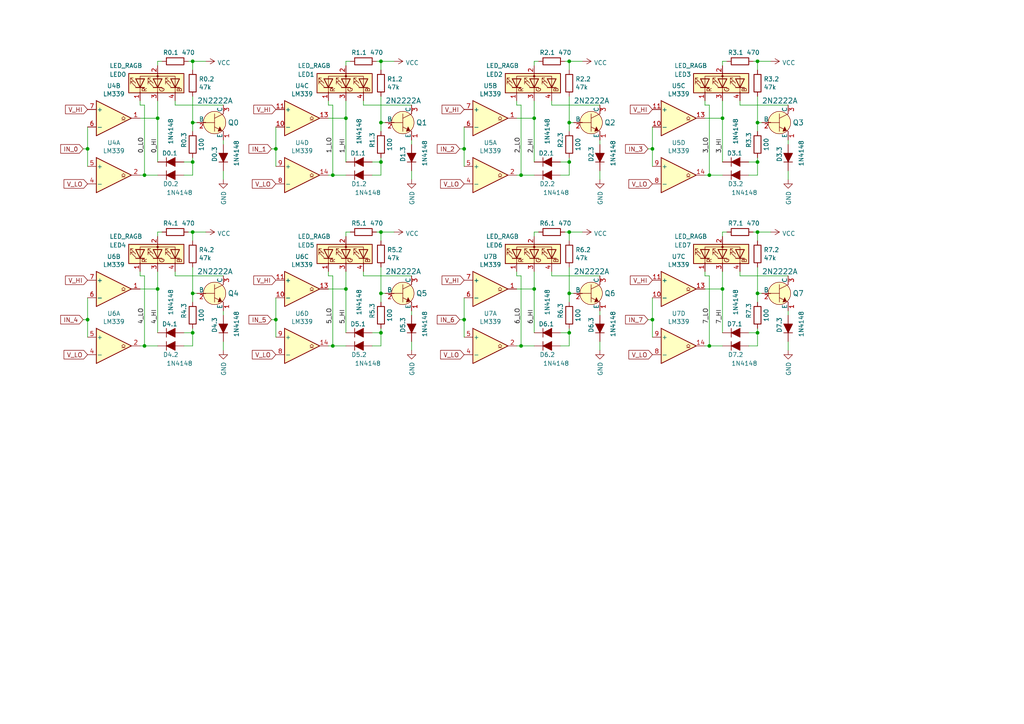
<source format=kicad_sch>
(kicad_sch (version 20231120) (generator "eeschema") (generator_version "8.0")
  (paper "A4")
  (title_block (title "8-bit RGB Logic Probe") (date "2019-04-26") (rev "1.0") (company "sjm 2019-04"))
  (lib_symbols
    (symbol "Comparator:LM339" (pin_names (offset 0.127))
      (property "Reference" "U" (at 0 5.08 0))
      (property "Value" "LM339" (at 0 -5.08 0))
      (symbol "LM339_1_1"
        (pin open_collector line (at 7.62 0 180) (length 2.54) (name "~") (number "2"))
        (pin input line (at -7.62 -2.54 0) (length 2.54) (name "-") (number "4"))
        (pin input line (at -7.62 2.54 0) (length 2.54) (name "+") (number "5"))
      )
      (symbol "LM339_2_1"
        (pin open_collector line (at 7.62 0 180) (length 2.54) (name "~") (number "1"))
        (pin input line (at -7.62 -2.54 0) (length 2.54) (name "-") (number "6"))
        (pin input line (at -7.62 2.54 0) (length 2.54) (name "+") (number "7"))
      )
      (symbol "LM339_3_1"
        (pin input line (at -7.62 -2.54 0) (length 2.54) (name "-") (number "10"))
        (pin input line (at -7.62 2.54 0) (length 2.54) (name "+") (number "11"))
        (pin open_collector line (at 7.62 0 180) (length 2.54) (name "~") (number "13"))
      )
      (symbol "LM339_4_1"
        (pin open_collector line (at 7.62 0 180) (length 2.54) (name "~") (number "14"))
        (pin input line (at -7.62 -2.54 0) (length 2.54) (name "-") (number "8"))
        (pin input line (at -7.62 2.54 0) (length 2.54) (name "+") (number "9"))
      )
      (symbol "LM339_5_1"
        (pin power_in line (at -2.54 -7.62 90) (length 3.81) (name "V-") (number "12"))
        (pin power_in line (at -2.54 7.62 270) (length 3.81) (name "V+") (number "3"))
      )
    )
    (symbol "Device:D_ALT" (pin_numbers hide) (pin_names (offset 1.016) hide)
      (property "Reference" "D" (at 0 2.54 0))
      (property "Value" "Device_D_ALT" (at 0 -2.54 0))
      (symbol "D_ALT_1_1"
        (pin passive line (at -3.81 0 0) (length 2.54) (name "K") (number "1"))
        (pin passive line (at 3.81 0 180) (length 2.54) (name "A") (number "2"))
      )
    )
    (symbol "Device:LED_RAGB" (pin_names (offset 0) hide)
      (property "Reference" "D" (at 0 9.398 0))
      (property "Value" "LED_RAGB" (at 0 -8.89 0))
      (symbol "LED_RAGB_0_0"
        (text "B" (at -1.905 -6.35 0) (effects (font (size 1.27 1.27))))
        (text "G" (at -1.905 -1.27 0) (effects (font (size 1.27 1.27))))
        (text "R" (at -1.905 3.81 0) (effects (font (size 1.27 1.27))))
      )
      (symbol "LED_RAGB_1_1"
        (pin passive line (at -5.08 5.08 0) (length 2.54) (name "RK") (number "1"))
        (pin passive line (at 5.08 0 180) (length 2.54) (name "A") (number "2"))
        (pin passive line (at -5.08 0 0) (length 2.54) (name "GK") (number "3"))
        (pin passive line (at -5.08 -5.08 0) (length 2.54) (name "BK") (number "4"))
      )
    )
    (symbol "Device:R" (pin_numbers hide) (pin_names (offset 0))
      (property "Reference" "R" (at 2.032 0 90))
      (property "Value" "R" (at 0 0 90))
      (symbol "R_1_1"
        (pin passive line (at 0 3.81 270) (length 1.27) (name "~") (number "1"))
        (pin passive line (at 0 -3.81 90) (length 1.27) (name "~") (number "2"))
      )
    )
    (symbol "dk_Transistors-Bipolar-BJT-Single:2N2222A" (pin_names (offset 0))
      (property "Reference" "Q" (at -3.2004 4.2164 0))
      (property "Value" "dk_Transistors-Bipolar-BJT-Single_2N2222A" (at 5.2324 0 90))
      (symbol "2N2222A_1_1"
        (pin passive line (at 2.54 -5.08 90) (length 2.54) (name "E") (number "1"))
        (pin input line (at -5.08 0 0) (length 2.54) (name "B") (number "2"))
        (pin passive line (at 2.54 5.08 270) (length 2.54) (name "C") (number "3"))
      )
    )
    (symbol "power:GND" (power) (pin_names (offset 0))
      (property "Value" "GND" (at 0 -3.81 0))
      (symbol "GND_1_1"
        (pin power_in line (at 0 0 270) (length 0) hide (name "GND") (number "1"))
      )
    )
    (symbol "power:VCC" (power) (pin_names (offset 0))
      (property "Value" "VCC" (at 0 3.81 0))
      (symbol "VCC_1_1"
        (pin power_in line (at 0 0 90) (length 0) hide (name "VCC") (number "1"))
      )
    )
  )
  (junction (at 165.1 67.31))
  (junction (at 110.49 85.09))
  (junction (at 219.71 35.56))
  (junction (at 55.88 35.56))
  (junction (at 209.55 83.82))
  (junction (at 219.71 17.78))
  (junction (at 110.49 96.52))
  (junction (at 189.23 92.71))
  (junction (at 165.1 96.52))
  (junction (at 219.71 96.52))
  (junction (at 165.1 35.56))
  (junction (at 55.88 46.99))
  (junction (at 55.88 85.09))
  (junction (at 55.88 96.52))
  (junction (at 219.71 46.99))
  (junction (at 205.74 100.33))
  (junction (at 100.33 83.82))
  (junction (at 110.49 46.99))
  (junction (at 80.01 43.18))
  (junction (at 80.01 92.71))
  (junction (at 154.94 34.29))
  (junction (at 96.52 100.33))
  (junction (at 151.13 50.8))
  (junction (at 55.88 67.31))
  (junction (at 96.52 50.8))
  (junction (at 165.1 46.99))
  (junction (at 219.71 67.31))
  (junction (at 100.33 34.29))
  (junction (at 165.1 85.09))
  (junction (at 110.49 67.31))
  (junction (at 41.91 50.8))
  (junction (at 165.1 17.78))
  (junction (at 25.4 92.71))
  (junction (at 45.72 34.29))
  (junction (at 55.88 17.78))
  (junction (at 25.4 43.18))
  (junction (at 151.13 100.33))
  (junction (at 45.72 83.82))
  (junction (at 219.71 85.09))
  (junction (at 209.55 34.29))
  (junction (at 110.49 35.56))
  (junction (at 110.49 17.78))
  (junction (at 134.62 92.71))
  (junction (at 41.91 100.33))
  (junction (at 189.23 43.18))
  (junction (at 205.74 50.8))
  (junction (at 154.94 83.82))
  (junction (at 134.62 43.18))
  (wire (pts (xy 154.94 17.78) (xy 154.94 19.05)))
  (wire (pts (xy 209.55 50.8) (xy 205.74 50.8)))
  (wire (pts (xy 165.1 87.63) (xy 165.1 85.09)))
  (wire (pts (xy 219.71 85.09) (xy 219.71 77.47)))
  (wire (pts (xy 100.33 46.99) (xy 100.33 34.29)))
  (wire (pts (xy 134.62 43.18) (xy 134.62 48.26)))
  (wire (pts (xy 228.6 99.06) (xy 228.6 101.6)))
  (wire (pts (xy 165.1 69.85) (xy 165.1 67.31)))
  (wire (pts (xy 220.98 85.09) (xy 219.71 85.09)))
  (wire (pts (xy 160.02 78.74) (xy 160.02 80.01)))
  (wire (pts (xy 53.34 50.8) (xy 55.88 50.8)))
  (wire (pts (xy 154.94 96.52) (xy 154.94 83.82)))
  (wire (pts (xy 55.88 45.72) (xy 55.88 46.99)))
  (wire (pts (xy 204.47 29.21) (xy 204.47 30.48)))
  (wire (pts (xy 205.74 50.8) (xy 204.47 50.8)))
  (wire (pts (xy 173.99 99.06) (xy 173.99 101.6)))
  (wire (pts (xy 45.72 34.29) (xy 45.72 29.21)))
  (wire (pts (xy 78.74 92.71) (xy 80.01 92.71)))
  (wire (pts (xy 64.77 40.64) (xy 64.77 41.91)))
  (wire (pts (xy 205.74 80.01) (xy 205.74 100.33)))
  (wire (pts (xy 95.25 78.74) (xy 95.25 80.01)))
  (wire (pts (xy 55.88 95.25) (xy 55.88 96.52)))
  (wire (pts (xy 189.23 43.18) (xy 189.23 48.26)))
  (wire (pts (xy 57.15 85.09) (xy 55.88 85.09)))
  (wire (pts (xy 214.63 80.01) (xy 228.6 80.01)))
  (wire (pts (xy 55.88 38.1) (xy 55.88 35.56)))
  (wire (pts (xy 165.1 17.78) (xy 168.91 17.78)))
  (wire (pts (xy 149.86 78.74) (xy 149.86 80.01)))
  (wire (pts (xy 96.52 50.8) (xy 95.25 50.8)))
  (wire (pts (xy 219.71 17.78) (xy 223.52 17.78)))
  (wire (pts (xy 149.86 83.82) (xy 154.94 83.82)))
  (wire (pts (xy 110.49 96.52) (xy 110.49 100.33)))
  (wire (pts (xy 100.33 67.31) (xy 100.33 68.58)))
  (wire (pts (xy 109.22 67.31) (xy 110.49 67.31)))
  (wire (pts (xy 107.95 50.8) (xy 110.49 50.8)))
  (wire (pts (xy 46.99 67.31) (xy 45.72 67.31)))
  (wire (pts (xy 109.22 17.78) (xy 110.49 17.78)))
  (wire (pts (xy 163.83 67.31) (xy 165.1 67.31)))
  (wire (pts (xy 111.76 35.56) (xy 110.49 35.56)))
  (wire (pts (xy 105.41 80.01) (xy 119.38 80.01)))
  (wire (pts (xy 228.6 90.17) (xy 228.6 91.44)))
  (wire (pts (xy 107.95 46.99) (xy 110.49 46.99)))
  (wire (pts (xy 149.86 30.48) (xy 151.13 30.48)))
  (wire (pts (xy 100.33 83.82) (xy 100.33 78.74)))
  (wire (pts (xy 25.4 92.71) (xy 25.4 97.79)))
  (wire (pts (xy 154.94 67.31) (xy 154.94 68.58)))
  (wire (pts (xy 217.17 100.33) (xy 219.71 100.33)))
  (wire (pts (xy 165.1 67.31) (xy 168.91 67.31)))
  (wire (pts (xy 41.91 100.33) (xy 40.64 100.33)))
  (wire (pts (xy 45.72 100.33) (xy 41.91 100.33)))
  (wire (pts (xy 228.6 49.53) (xy 228.6 52.07)))
  (wire (pts (xy 100.33 96.52) (xy 100.33 83.82)))
  (wire (pts (xy 110.49 20.32) (xy 110.49 17.78)))
  (wire (pts (xy 40.64 30.48) (xy 41.91 30.48)))
  (wire (pts (xy 209.55 46.99) (xy 209.55 34.29)))
  (wire (pts (xy 119.38 40.64) (xy 119.38 41.91)))
  (wire (pts (xy 151.13 30.48) (xy 151.13 50.8)))
  (wire (pts (xy 110.49 17.78) (xy 114.3 17.78)))
  (wire (pts (xy 173.99 40.64) (xy 173.99 41.91)))
  (wire (pts (xy 41.91 50.8) (xy 40.64 50.8)))
  (wire (pts (xy 95.25 30.48) (xy 96.52 30.48)))
  (wire (pts (xy 110.49 46.99) (xy 110.49 50.8)))
  (wire (pts (xy 173.99 49.53) (xy 173.99 52.07)))
  (wire (pts (xy 107.95 100.33) (xy 110.49 100.33)))
  (wire (pts (xy 151.13 100.33) (xy 149.86 100.33)))
  (wire (pts (xy 214.63 29.21) (xy 214.63 30.48)))
  (wire (pts (xy 228.6 40.64) (xy 228.6 41.91)))
  (wire (pts (xy 100.33 34.29) (xy 100.33 29.21)))
  (wire (pts (xy 64.77 49.53) (xy 64.77 52.07)))
  (wire (pts (xy 187.96 43.18) (xy 189.23 43.18)))
  (wire (pts (xy 96.52 80.01) (xy 96.52 100.33)))
  (wire (pts (xy 154.94 100.33) (xy 151.13 100.33)))
  (wire (pts (xy 151.13 50.8) (xy 149.86 50.8)))
  (wire (pts (xy 80.01 86.36) (xy 80.01 92.71)))
  (wire (pts (xy 119.38 99.06) (xy 119.38 101.6)))
  (wire (pts (xy 40.64 29.21) (xy 40.64 30.48)))
  (wire (pts (xy 95.25 29.21) (xy 95.25 30.48)))
  (wire (pts (xy 165.1 46.99) (xy 165.1 50.8)))
  (wire (pts (xy 110.49 95.25) (xy 110.49 96.52)))
  (wire (pts (xy 210.82 67.31) (xy 209.55 67.31)))
  (wire (pts (xy 204.47 34.29) (xy 209.55 34.29)))
  (wire (pts (xy 220.98 35.56) (xy 219.71 35.56)))
  (wire (pts (xy 154.94 50.8) (xy 151.13 50.8)))
  (wire (pts (xy 50.8 29.21) (xy 50.8 30.48)))
  (wire (pts (xy 105.41 78.74) (xy 105.41 80.01)))
  (wire (pts (xy 64.77 99.06) (xy 64.77 101.6)))
  (wire (pts (xy 151.13 80.01) (xy 151.13 100.33)))
  (wire (pts (xy 110.49 67.31) (xy 114.3 67.31)))
  (wire (pts (xy 54.61 67.31) (xy 55.88 67.31)))
  (wire (pts (xy 205.74 100.33) (xy 204.47 100.33)))
  (wire (pts (xy 165.1 45.72) (xy 165.1 46.99)))
  (wire (pts (xy 162.56 100.33) (xy 165.1 100.33)))
  (wire (pts (xy 133.35 43.18) (xy 134.62 43.18)))
  (wire (pts (xy 160.02 30.48) (xy 173.99 30.48)))
  (wire (pts (xy 165.1 96.52) (xy 165.1 100.33)))
  (wire (pts (xy 96.52 100.33) (xy 95.25 100.33)))
  (wire (pts (xy 95.25 83.82) (xy 100.33 83.82)))
  (wire (pts (xy 25.4 43.18) (xy 25.4 48.26)))
  (wire (pts (xy 219.71 35.56) (xy 219.71 27.94)))
  (wire (pts (xy 110.49 69.85) (xy 110.49 67.31)))
  (wire (pts (xy 219.71 95.25) (xy 219.71 96.52)))
  (wire (pts (xy 45.72 17.78) (xy 45.72 19.05)))
  (wire (pts (xy 64.77 90.17) (xy 64.77 91.44)))
  (wire (pts (xy 219.71 87.63) (xy 219.71 85.09)))
  (wire (pts (xy 100.33 50.8) (xy 96.52 50.8)))
  (wire (pts (xy 209.55 96.52) (xy 209.55 83.82)))
  (wire (pts (xy 218.44 67.31) (xy 219.71 67.31)))
  (wire (pts (xy 53.34 100.33) (xy 55.88 100.33)))
  (wire (pts (xy 110.49 85.09) (xy 110.49 77.47)))
  (wire (pts (xy 160.02 80.01) (xy 173.99 80.01)))
  (wire (pts (xy 45.72 83.82) (xy 45.72 78.74)))
  (wire (pts (xy 189.23 92.71) (xy 189.23 97.79)))
  (wire (pts (xy 100.33 17.78) (xy 100.33 19.05)))
  (wire (pts (xy 217.17 50.8) (xy 219.71 50.8)))
  (wire (pts (xy 156.21 67.31) (xy 154.94 67.31)))
  (wire (pts (xy 134.62 92.71) (xy 134.62 97.79)))
  (wire (pts (xy 214.63 78.74) (xy 214.63 80.01)))
  (wire (pts (xy 45.72 46.99) (xy 45.72 34.29)))
  (wire (pts (xy 154.94 83.82) (xy 154.94 78.74)))
  (wire (pts (xy 166.37 85.09) (xy 165.1 85.09)))
  (wire (pts (xy 78.74 43.18) (xy 80.01 43.18)))
  (wire (pts (xy 107.95 96.52) (xy 110.49 96.52)))
  (wire (pts (xy 25.4 36.83) (xy 25.4 43.18)))
  (wire (pts (xy 101.6 17.78) (xy 100.33 17.78)))
  (wire (pts (xy 110.49 87.63) (xy 110.49 85.09)))
  (wire (pts (xy 119.38 90.17) (xy 119.38 91.44)))
  (wire (pts (xy 24.13 43.18) (xy 25.4 43.18)))
  (wire (pts (xy 149.86 34.29) (xy 154.94 34.29)))
  (wire (pts (xy 105.41 29.21) (xy 105.41 30.48)))
  (wire (pts (xy 110.49 38.1) (xy 110.49 35.56)))
  (wire (pts (xy 187.96 92.71) (xy 189.23 92.71)))
  (wire (pts (xy 110.49 35.56) (xy 110.49 27.94)))
  (wire (pts (xy 134.62 86.36) (xy 134.62 92.71)))
  (wire (pts (xy 163.83 17.78) (xy 165.1 17.78)))
  (wire (pts (xy 45.72 67.31) (xy 45.72 68.58)))
  (wire (pts (xy 166.37 35.56) (xy 165.1 35.56)))
  (wire (pts (xy 25.4 86.36) (xy 25.4 92.71)))
  (wire (pts (xy 134.62 36.83) (xy 134.62 43.18)))
  (wire (pts (xy 219.71 45.72) (xy 219.71 46.99)))
  (wire (pts (xy 46.99 17.78) (xy 45.72 17.78)))
  (wire (pts (xy 40.64 78.74) (xy 40.64 80.01)))
  (wire (pts (xy 57.15 35.56) (xy 55.88 35.56)))
  (wire (pts (xy 40.64 34.29) (xy 45.72 34.29)))
  (wire (pts (xy 55.88 17.78) (xy 59.69 17.78)))
  (wire (pts (xy 165.1 85.09) (xy 165.1 77.47)))
  (wire (pts (xy 217.17 46.99) (xy 219.71 46.99)))
  (wire (pts (xy 219.71 67.31) (xy 223.52 67.31)))
  (wire (pts (xy 45.72 50.8) (xy 41.91 50.8)))
  (wire (pts (xy 154.94 34.29) (xy 154.94 29.21)))
  (wire (pts (xy 55.88 20.32) (xy 55.88 17.78)))
  (wire (pts (xy 41.91 30.48) (xy 41.91 50.8)))
  (wire (pts (xy 24.13 92.71) (xy 25.4 92.71)))
  (wire (pts (xy 55.88 67.31) (xy 59.69 67.31)))
  (wire (pts (xy 218.44 17.78) (xy 219.71 17.78)))
  (wire (pts (xy 209.55 83.82) (xy 209.55 78.74)))
  (wire (pts (xy 101.6 67.31) (xy 100.33 67.31)))
  (wire (pts (xy 189.23 36.83) (xy 189.23 43.18)))
  (wire (pts (xy 40.64 80.01) (xy 41.91 80.01)))
  (wire (pts (xy 219.71 46.99) (xy 219.71 50.8)))
  (wire (pts (xy 50.8 80.01) (xy 64.77 80.01)))
  (wire (pts (xy 162.56 50.8) (xy 165.1 50.8)))
  (wire (pts (xy 55.88 87.63) (xy 55.88 85.09)))
  (wire (pts (xy 219.71 69.85) (xy 219.71 67.31)))
  (wire (pts (xy 165.1 38.1) (xy 165.1 35.56)))
  (wire (pts (xy 165.1 95.25) (xy 165.1 96.52)))
  (wire (pts (xy 204.47 80.01) (xy 205.74 80.01)))
  (wire (pts (xy 54.61 17.78) (xy 55.88 17.78)))
  (wire (pts (xy 204.47 78.74) (xy 204.47 80.01)))
  (wire (pts (xy 154.94 46.99) (xy 154.94 34.29)))
  (wire (pts (xy 100.33 100.33) (xy 96.52 100.33)))
  (wire (pts (xy 110.49 45.72) (xy 110.49 46.99)))
  (wire (pts (xy 119.38 49.53) (xy 119.38 52.07)))
  (wire (pts (xy 189.23 86.36) (xy 189.23 92.71)))
  (wire (pts (xy 80.01 43.18) (xy 80.01 48.26)))
  (wire (pts (xy 41.91 80.01) (xy 41.91 100.33)))
  (wire (pts (xy 55.88 46.99) (xy 55.88 50.8)))
  (wire (pts (xy 95.25 80.01) (xy 96.52 80.01)))
  (wire (pts (xy 204.47 30.48) (xy 205.74 30.48)))
  (wire (pts (xy 55.88 96.52) (xy 55.88 100.33)))
  (wire (pts (xy 80.01 36.83) (xy 80.01 43.18)))
  (wire (pts (xy 219.71 38.1) (xy 219.71 35.56)))
  (wire (pts (xy 53.34 46.99) (xy 55.88 46.99)))
  (wire (pts (xy 40.64 83.82) (xy 45.72 83.82)))
  (wire (pts (xy 96.52 30.48) (xy 96.52 50.8)))
  (wire (pts (xy 204.47 83.82) (xy 209.55 83.82)))
  (wire (pts (xy 149.86 80.01) (xy 151.13 80.01)))
  (wire (pts (xy 165.1 35.56) (xy 165.1 27.94)))
  (wire (pts (xy 50.8 78.74) (xy 50.8 80.01)))
  (wire (pts (xy 55.88 85.09) (xy 55.88 77.47)))
  (wire (pts (xy 105.41 30.48) (xy 119.38 30.48)))
  (wire (pts (xy 95.25 34.29) (xy 100.33 34.29)))
  (wire (pts (xy 162.56 46.99) (xy 165.1 46.99)))
  (wire (pts (xy 209.55 17.78) (xy 209.55 19.05)))
  (wire (pts (xy 219.71 96.52) (xy 219.71 100.33)))
  (wire (pts (xy 111.76 85.09) (xy 110.49 85.09)))
  (wire (pts (xy 80.01 92.71) (xy 80.01 97.79)))
  (wire (pts (xy 210.82 17.78) (xy 209.55 17.78)))
  (wire (pts (xy 173.99 90.17) (xy 173.99 91.44)))
  (wire (pts (xy 217.17 96.52) (xy 219.71 96.52)))
  (wire (pts (xy 45.72 96.52) (xy 45.72 83.82)))
  (wire (pts (xy 205.74 30.48) (xy 205.74 50.8)))
  (wire (pts (xy 133.35 92.71) (xy 134.62 92.71)))
  (wire (pts (xy 55.88 35.56) (xy 55.88 27.94)))
  (wire (pts (xy 209.55 34.29) (xy 209.55 29.21)))
  (wire (pts (xy 149.86 29.21) (xy 149.86 30.48)))
  (wire (pts (xy 55.88 69.85) (xy 55.88 67.31)))
  (wire (pts (xy 160.02 29.21) (xy 160.02 30.48)))
  (wire (pts (xy 219.71 20.32) (xy 219.71 17.78)))
  (wire (pts (xy 165.1 20.32) (xy 165.1 17.78)))
  (wire (pts (xy 209.55 67.31) (xy 209.55 68.58)))
  (wire (pts (xy 162.56 96.52) (xy 165.1 96.52)))
  (wire (pts (xy 214.63 30.48) (xy 228.6 30.48)))
  (wire (pts (xy 156.21 17.78) (xy 154.94 17.78)))
  (wire (pts (xy 209.55 100.33) (xy 205.74 100.33)))
  (wire (pts (xy 50.8 30.48) (xy 64.77 30.48)))
  (wire (pts (xy 53.34 96.52) (xy 55.88 96.52)))
  (label "1_LO" (at 96.52 44.45 90))
  (label "5_LO" (at 96.52 93.98 90))
  (label "1_HI" (at 100.33 44.45 90))
  (label "5_HI" (at 100.33 93.98 90))
  (label "4_HI" (at 45.72 93.98 90))
  (label "2_LO" (at 151.13 44.45 90))
  (label "0_LO" (at 41.91 44.45 90))
  (label "4_LO" (at 41.91 93.98 90))
  (label "0_HI" (at 45.72 44.45 90))
  (label "7_HI" (at 209.55 93.98 90))
  (label "6_HI" (at 154.94 93.98 90))
  (label "2_HI" (at 154.94 44.45 90))
  (label "6_LO" (at 151.13 93.98 90))
  (label "7_LO" (at 205.74 93.98 90))
  (label "3_HI" (at 209.55 44.45 90))
  (label "3_LO" (at 205.74 44.45 90))
  (global_label "IN_7" (shape input) (at 187.96 92.71 180) (property "Intersheetrefs" "${INTERSHEET_REFS}" (effects (hide yes))))
  (global_label "V_HI" (shape input) (at 134.62 31.75 180) (property "Intersheetrefs" "${INTERSHEET_REFS}" (effects (hide yes))))
  (global_label "IN_5" (shape input) (at 78.74 92.71 180) (property "Intersheetrefs" "${INTERSHEET_REFS}" (effects (hide yes))))
  (global_label "V_LO" (shape input) (at 80.01 53.34 180) (property "Intersheetrefs" "${INTERSHEET_REFS}" (effects (hide yes))))
  (global_label "IN_4" (shape input) (at 24.13 92.71 180) (property "Intersheetrefs" "${INTERSHEET_REFS}" (effects (hide yes))))
  (global_label "V_LO" (shape input) (at 189.23 53.34 180) (property "Intersheetrefs" "${INTERSHEET_REFS}" (effects (hide yes))))
  (global_label "IN_1" (shape input) (at 78.74 43.18 180) (property "Intersheetrefs" "${INTERSHEET_REFS}" (effects (hide yes))))
  (global_label "IN_3" (shape input) (at 187.96 43.18 180) (property "Intersheetrefs" "${INTERSHEET_REFS}" (effects (hide yes))))
  (global_label "V_LO" (shape input) (at 189.23 102.87 180) (property "Intersheetrefs" "${INTERSHEET_REFS}" (effects (hide yes))))
  (global_label "V_HI" (shape input) (at 189.23 31.75 180) (property "Intersheetrefs" "${INTERSHEET_REFS}" (effects (hide yes))))
  (global_label "V_HI" (shape input) (at 134.62 81.28 180) (property "Intersheetrefs" "${INTERSHEET_REFS}" (effects (hide yes))))
  (global_label "IN_6" (shape input) (at 133.35 92.71 180) (property "Intersheetrefs" "${INTERSHEET_REFS}" (effects (hide yes))))
  (global_label "V_LO" (shape input) (at 80.01 102.87 180) (property "Intersheetrefs" "${INTERSHEET_REFS}" (effects (hide yes))))
  (global_label "V_LO" (shape input) (at 134.62 102.87 180) (property "Intersheetrefs" "${INTERSHEET_REFS}" (effects (hide yes))))
  (global_label "V_HI" (shape input) (at 25.4 81.28 180) (property "Intersheetrefs" "${INTERSHEET_REFS}" (effects (hide yes))))
  (global_label "V_LO" (shape input) (at 134.62 53.34 180) (property "Intersheetrefs" "${INTERSHEET_REFS}" (effects (hide yes))))
  (global_label "V_LO" (shape input) (at 25.4 102.87 180) (property "Intersheetrefs" "${INTERSHEET_REFS}" (effects (hide yes))))
  (global_label "IN_0" (shape input) (at 24.13 43.18 180) (property "Intersheetrefs" "${INTERSHEET_REFS}" (effects (hide yes))))
  (global_label "V_HI" (shape input) (at 189.23 81.28 180) (property "Intersheetrefs" "${INTERSHEET_REFS}" (effects (hide yes))))
  (global_label "V_HI" (shape input) (at 80.01 31.75 180) (property "Intersheetrefs" "${INTERSHEET_REFS}" (effects (hide yes))))
  (global_label "IN_2" (shape input) (at 133.35 43.18 180) (property "Intersheetrefs" "${INTERSHEET_REFS}" (effects (hide yes))))
  (global_label "V_HI" (shape input) (at 80.01 81.28 180) (property "Intersheetrefs" "${INTERSHEET_REFS}" (effects (hide yes))))
  (global_label "V_HI" (shape input) (at 25.4 31.75 180) (property "Intersheetrefs" "${INTERSHEET_REFS}" (effects (hide yes))))
  (global_label "V_LO" (shape input) (at 25.4 53.34 180) (property "Intersheetrefs" "${INTERSHEET_REFS}" (effects (hide yes))))
  (symbol (lib_id "Device:D_ALT") (at 64.77 45.72 90) (unit 1)
    (property "Reference" "D0.3" (at 62.23 46.99 0) (effects (justify left)))
    (property "Value" "1N4148" (at 68.58 48.26 0) (effects (justify left)))
    (property "Footprint" "Diodes_ThroughHole:D_T-1_P5.08mm_Horizontal" (effects (hide yes)))
  )
  (symbol (lib_id "dk_Transistors-Bipolar-BJT-Single:2N2222A") (at 62.23 35.56 0) (unit 1)
    (property "Reference" "Q0" (at 66.04 35.56 0) (effects (font (size 1.524 1.524)) (justify left)))
    (property "Value" "2N2222A" (at 57.15 29.21 0) (effects (font (size 1.524 1.524)) (justify left)))
    (property "Footprint" "TO_SOT_Packages_THT:TO-92_Inline_Narrow_Oval" (effects (hide yes)))
    (property "Datasheet" "https://my.centralsemi.com/get_document.php?cmp=1&mergetype=pd&mergepath=pd&pdf_id=2N2221A.PDF" (effects (hide yes)))
    (property "Digi-Key_PN" "2N2222ACS-ND" (effects (hide yes)))
    (property "MPN" "2N2222A" (effects (hide yes)))
    (property "Category" "Discrete Semiconductor Products" (effects (hide yes)))
    (property "Family" "Transistors - Bipolar (BJT) - Single" (effects (hide yes)))
    (property "DK_Datasheet_Link" "https://my.centralsemi.com/get_document.php?cmp=1&mergetype=pd&mergepath=pd&pdf_id=2N2221A.PDF" (effects (hide yes)))
    (property "DK_Detail_Page" "/product-detail/en/central-semiconductor-corp/2N2222A/2N2222ACS-ND/4806845" (effects (hide yes)))
    (property "Description" "TRANS NPN 40V 0.8A TO-18" (effects (hide yes)))
    (property "Manufacturer" "Central Semiconductor Corp" (effects (hide yes)))
    (property "Status" "Active" (effects (hide yes)))
  )
  (symbol (lib_id "power:VCC") (at 59.69 17.78 270) (unit 1)
    (property "Reference" "#PWR010" (effects (hide yes)))
    (property "Value" "VCC" (at 63.0174 18.2118 90) (effects (justify left)))
  )
  (symbol (lib_id "Device:R") (at 50.8 17.78 90) (unit 1)
    (property "Reference" "R0.1" (at 49.53 15.24 90))
    (property "Value" "470" (at 54.61 15.24 90))
    (property "Footprint" "Resistors_SMD:R_1206_HandSoldering" (effects (hide yes)))
  )
  (symbol (lib_id "Device:R") (at 55.88 41.91 180) (unit 1)
    (property "Reference" "R0.3" (at 53.34 40.64 90))
    (property "Value" "100" (at 58.42 41.91 90))
    (property "Footprint" "Resistors_SMD:R_1206_HandSoldering" (effects (hide yes)))
  )
  (symbol (lib_id "Device:R") (at 55.88 24.13 180) (unit 1)
    (property "Reference" "R0.2" (at 57.658 22.9362 0) (effects (justify right)))
    (property "Value" "47k" (at 57.658 25.2984 0) (effects (justify right)))
    (property "Footprint" "Resistors_SMD:R_1206_HandSoldering" (effects (hide yes)))
  )
  (symbol (lib_id "power:GND") (at 64.77 52.07 0) (unit 1)
    (property "Reference" "#PWR013" (effects (hide yes)))
    (property "Value" "GND" (at 64.897 55.3974 90) (effects (justify right)))
  )
  (symbol (lib_id "Device:D_ALT") (at 49.53 50.8 0) (unit 1)
    (property "Reference" "D0.2" (at 49.53 53.34 0))
    (property "Value" "1N4148" (at 52.07 55.88 0))
    (property "Footprint" "Diodes_ThroughHole:D_T-1_P5.08mm_Horizontal" (effects (hide yes)))
  )
  (symbol (lib_id "Device:D_ALT") (at 49.53 46.99 0) (unit 1)
    (property "Reference" "D0.1" (at 46.99 44.45 0) (effects (justify left)))
    (property "Value" "1N4148" (at 49.53 41.91 90) (effects (justify left)))
    (property "Footprint" "Diodes_ThroughHole:D_T-1_P5.08mm_Horizontal" (effects (hide yes)))
  )
  (symbol (lib_id "Device:LED_RAGB") (at 45.72 24.13 90) (unit 1)
    (property "Reference" "LED0" (at 31.75 21.59 90) (effects (justify right)))
    (property "Value" "LED_RAGB" (at 31.75 19.05 90) (effects (justify right)))
    (property "Footprint" "LED:LED-RGB-THRU" (effects (hide yes)))
  )
  (symbol (lib_id "Comparator:LM339") (at 33.02 34.29 0) (unit 2)
    (property "Reference" "U4" (at 33.02 24.892 0))
    (property "Value" "LM339" (at 33.02 27.2542 0))
    (property "Footprint" "Housings_SOIC:SOIC-14_3.9x8.7mm_Pitch1.27mm" (effects (hide yes)))
    (property "Datasheet" "http:./www.ti.com/lit/ds/symlink/lm339.pdf" (effects (hide yes)))
  )
  (symbol (lib_id "Comparator:LM339") (at 33.02 50.8 0) (unit 1)
    (property "Reference" "U4" (at 33.02 41.402 0))
    (property "Value" "LM339" (at 33.02 43.7642 0))
    (property "Footprint" "Housings_SOIC:SOIC-14_3.9x8.7mm_Pitch1.27mm" (effects (hide yes)))
    (property "Datasheet" "http://www.ti.com/lit/ds/symlink/lm339.pdf" (effects (hide yes)))
  )
  (symbol (lib_id "Device:D_ALT") (at 119.38 45.72 90) (unit 1)
    (property "Reference" "D1.3" (at 116.84 46.99 0) (effects (justify left)))
    (property "Value" "1N4148" (at 123.19 48.26 0) (effects (justify left)))
    (property "Footprint" "Diodes_ThroughHole:D_T-1_P5.08mm_Horizontal" (effects (hide yes)))
  )
  (symbol (lib_id "dk_Transistors-Bipolar-BJT-Single:2N2222A") (at 116.84 35.56 0) (unit 1)
    (property "Reference" "Q1" (at 120.65 35.56 0) (effects (font (size 1.524 1.524)) (justify left)))
    (property "Value" "2N2222A" (at 111.76 29.21 0) (effects (font (size 1.524 1.524)) (justify left)))
    (property "Footprint" "TO_SOT_Packages_THT:TO-92_Inline_Narrow_Oval" (effects (hide yes)))
    (property "Datasheet" "https://my.centralsemi.com/get_document.php?cmp=1&mergetype=pd&mergepath=pd&pdf_id=2N2221A.PDF" (effects (hide yes)))
    (property "Digi-Key_PN" "2N2222ACS-ND" (effects (hide yes)))
    (property "MPN" "2N2222A" (effects (hide yes)))
    (property "Category" "Discrete Semiconductor Products" (effects (hide yes)))
    (property "Family" "Transistors - Bipolar (BJT) - Single" (effects (hide yes)))
    (property "DK_Datasheet_Link" "https://my.centralsemi.com/get_document.php?cmp=1&mergetype=pd&mergepath=pd&pdf_id=2N2221A.PDF" (effects (hide yes)))
    (property "DK_Detail_Page" "/product-detail/en/central-semiconductor-corp/2N2222A/2N2222ACS-ND/4806845" (effects (hide yes)))
    (property "Description" "TRANS NPN 40V 0.8A TO-18" (effects (hide yes)))
    (property "Manufacturer" "Central Semiconductor Corp" (effects (hide yes)))
    (property "Status" "Active" (effects (hide yes)))
  )
  (symbol (lib_id "power:VCC") (at 114.3 17.78 270) (unit 1)
    (property "Reference" "#PWR0101" (effects (hide yes)))
    (property "Value" "VCC" (at 117.6274 18.2118 90) (effects (justify left)))
  )
  (symbol (lib_id "Device:R") (at 105.41 17.78 90) (unit 1)
    (property "Reference" "R1.1" (at 104.14 15.24 90))
    (property "Value" "470" (at 109.22 15.24 90))
    (property "Footprint" "Resistors_SMD:R_1206_HandSoldering" (effects (hide yes)))
  )
  (symbol (lib_id "Device:R") (at 110.49 41.91 180) (unit 1)
    (property "Reference" "R1.3" (at 107.95 40.64 90))
    (property "Value" "100" (at 113.03 41.91 90))
    (property "Footprint" "Resistors_SMD:R_1206_HandSoldering" (effects (hide yes)))
  )
  (symbol (lib_id "Device:R") (at 110.49 24.13 180) (unit 1)
    (property "Reference" "R1.2" (at 112.268 22.9362 0) (effects (justify right)))
    (property "Value" "47k" (at 112.268 25.2984 0) (effects (justify right)))
    (property "Footprint" "Resistors_SMD:R_1206_HandSoldering" (effects (hide yes)))
  )
  (symbol (lib_id "power:GND") (at 119.38 52.07 0) (unit 1)
    (property "Reference" "#PWR0102" (effects (hide yes)))
    (property "Value" "GND" (at 119.507 55.3974 90) (effects (justify right)))
  )
  (symbol (lib_id "Device:D_ALT") (at 104.14 50.8 0) (unit 1)
    (property "Reference" "D1.2" (at 104.14 53.34 0))
    (property "Value" "1N4148" (at 106.68 55.88 0))
    (property "Footprint" "Diodes_ThroughHole:D_T-1_P5.08mm_Horizontal" (effects (hide yes)))
  )
  (symbol (lib_id "Device:D_ALT") (at 104.14 46.99 0) (unit 1)
    (property "Reference" "D1.1" (at 101.6 44.45 0) (effects (justify left)))
    (property "Value" "1N4148" (at 104.14 41.91 90) (effects (justify left)))
    (property "Footprint" "Diodes_ThroughHole:D_T-1_P5.08mm_Horizontal" (effects (hide yes)))
  )
  (symbol (lib_id "Comparator:LM339") (at 87.63 34.29 0) (unit 3)
    (property "Reference" "U4" (at 87.63 24.892 0))
    (property "Value" "LM339" (at 87.63 27.2542 0))
    (property "Footprint" "Housings_SOIC:SOIC-14_3.9x8.7mm_Pitch1.27mm" (effects (hide yes)))
    (property "Datasheet" "http://www.ti.com/lit/ds/symlink/lm339.pdf" (effects (hide yes)))
  )
  (symbol (lib_id "Comparator:LM339") (at 87.63 50.8 0) (unit 4)
    (property "Reference" "U4" (at 87.63 41.402 0))
    (property "Value" "LM339" (at 87.63 43.7642 0))
    (property "Footprint" "Housings_SOIC:SOIC-14_3.9x8.7mm_Pitch1.27mm" (effects (hide yes)))
    (property "Datasheet" "http://www.ti.com/lit/ds/symlink/lm339.pdf" (effects (hide yes)))
  )
  (symbol (lib_id "Device:LED_RAGB") (at 100.33 24.13 90) (unit 1)
    (property "Reference" "LED1" (at 86.36 21.59 90) (effects (justify right)))
    (property "Value" "LED_RAGB" (at 86.36 19.05 90) (effects (justify right)))
    (property "Footprint" "LED:LED-RGB-THRU" (effects (hide yes)))
  )
  (symbol (lib_id "Device:D_ALT") (at 173.99 45.72 90) (unit 1)
    (property "Reference" "D2.3" (at 171.45 46.99 0) (effects (justify left)))
    (property "Value" "1N4148" (at 177.8 48.26 0) (effects (justify left)))
    (property "Footprint" "Diodes_ThroughHole:D_T-1_P5.08mm_Horizontal" (effects (hide yes)))
  )
  (symbol (lib_id "dk_Transistors-Bipolar-BJT-Single:2N2222A") (at 171.45 35.56 0) (unit 1)
    (property "Reference" "Q2" (at 175.26 35.56 0) (effects (font (size 1.524 1.524)) (justify left)))
    (property "Value" "2N2222A" (at 166.37 29.21 0) (effects (font (size 1.524 1.524)) (justify left)))
    (property "Footprint" "TO_SOT_Packages_THT:TO-92_Inline_Narrow_Oval" (effects (hide yes)))
    (property "Datasheet" "https://my.centralsemi.com/get_document.php?cmp=1&mergetype=pd&mergepath=pd&pdf_id=2N2221A.PDF" (effects (hide yes)))
    (property "Digi-Key_PN" "2N2222ACS-ND" (effects (hide yes)))
    (property "MPN" "2N2222A" (effects (hide yes)))
    (property "Category" "Discrete Semiconductor Products" (effects (hide yes)))
    (property "Family" "Transistors - Bipolar (BJT) - Single" (effects (hide yes)))
    (property "DK_Datasheet_Link" "https://my.centralsemi.com/get_document.php?cmp=1&mergetype=pd&mergepath=pd&pdf_id=2N2221A.PDF" (effects (hide yes)))
    (property "DK_Detail_Page" "/product-detail/en/central-semiconductor-corp/2N2222A/2N2222ACS-ND/4806845" (effects (hide yes)))
    (property "Description" "TRANS NPN 40V 0.8A TO-18" (effects (hide yes)))
    (property "Manufacturer" "Central Semiconductor Corp" (effects (hide yes)))
    (property "Status" "Active" (effects (hide yes)))
  )
  (symbol (lib_id "power:VCC") (at 168.91 17.78 270) (unit 1)
    (property "Reference" "#PWR0103" (effects (hide yes)))
    (property "Value" "VCC" (at 172.2374 18.2118 90) (effects (justify left)))
  )
  (symbol (lib_id "Device:R") (at 160.02 17.78 90) (unit 1)
    (property "Reference" "R2.1" (at 158.75 15.24 90))
    (property "Value" "470" (at 163.83 15.24 90))
    (property "Footprint" "Resistors_SMD:R_1206_HandSoldering" (effects (hide yes)))
  )
  (symbol (lib_id "Device:R") (at 165.1 41.91 180) (unit 1)
    (property "Reference" "R2.3" (at 162.56 40.64 90))
    (property "Value" "100" (at 167.64 41.91 90))
    (property "Footprint" "Resistors_SMD:R_1206_HandSoldering" (effects (hide yes)))
  )
  (symbol (lib_id "Device:R") (at 165.1 24.13 180) (unit 1)
    (property "Reference" "R2.2" (at 166.878 22.9362 0) (effects (justify right)))
    (property "Value" "47k" (at 166.878 25.2984 0) (effects (justify right)))
    (property "Footprint" "Resistors_SMD:R_1206_HandSoldering" (effects (hide yes)))
  )
  (symbol (lib_id "power:GND") (at 173.99 52.07 0) (unit 1)
    (property "Reference" "#PWR0104" (effects (hide yes)))
    (property "Value" "GND" (at 174.117 55.3974 90) (effects (justify right)))
  )
  (symbol (lib_id "Device:D_ALT") (at 158.75 50.8 0) (unit 1)
    (property "Reference" "D2.2" (at 158.75 53.34 0))
    (property "Value" "1N4148" (at 161.29 55.88 0))
    (property "Footprint" "Diodes_ThroughHole:D_T-1_P5.08mm_Horizontal" (effects (hide yes)))
  )
  (symbol (lib_id "Device:D_ALT") (at 158.75 46.99 0) (unit 1)
    (property "Reference" "D2.1" (at 156.21 44.45 0) (effects (justify left)))
    (property "Value" "1N4148" (at 158.75 41.91 90) (effects (justify left)))
    (property "Footprint" "Diodes_ThroughHole:D_T-1_P5.08mm_Horizontal" (effects (hide yes)))
  )
  (symbol (lib_id "Comparator:LM339") (at 142.24 34.29 0) (unit 2)
    (property "Reference" "U5" (at 142.24 24.892 0))
    (property "Value" "LM339" (at 142.24 27.2542 0))
    (property "Footprint" "Housings_SOIC:SOIC-14_3.9x8.7mm_Pitch1.27mm" (effects (hide yes)))
    (property "Datasheet" "http://www.ti.com/lit/ds/symlink/lm339.pdf" (effects (hide yes)))
  )
  (symbol (lib_id "Comparator:LM339") (at 142.24 50.8 0) (unit 1)
    (property "Reference" "U5" (at 142.24 41.402 0))
    (property "Value" "LM339" (at 142.24 43.7642 0))
    (property "Footprint" "Housings_SOIC:SOIC-14_3.9x8.7mm_Pitch1.27mm" (effects (hide yes)))
    (property "Datasheet" "http://www.ti.com/lit/ds/symlink/lm339.pdf" (effects (hide yes)))
  )
  (symbol (lib_id "Device:LED_RAGB") (at 154.94 24.13 90) (unit 1)
    (property "Reference" "LED2" (at 140.97 21.59 90) (effects (justify right)))
    (property "Value" "LED_RAGB" (at 140.97 19.05 90) (effects (justify right)))
    (property "Footprint" "LED:LED-RGB-THRU" (effects (hide yes)))
  )
  (symbol (lib_id "Device:D_ALT") (at 228.6 45.72 90) (unit 1)
    (property "Reference" "D3.3" (at 226.06 46.99 0) (effects (justify left)))
    (property "Value" "1N4148" (at 232.41 48.26 0) (effects (justify left)))
    (property "Footprint" "Diodes_ThroughHole:D_T-1_P5.08mm_Horizontal" (effects (hide yes)))
  )
  (symbol (lib_id "dk_Transistors-Bipolar-BJT-Single:2N2222A") (at 226.06 35.56 0) (unit 1)
    (property "Reference" "Q3" (at 229.87 35.56 0) (effects (font (size 1.524 1.524)) (justify left)))
    (property "Value" "2N2222A" (at 220.98 29.21 0) (effects (font (size 1.524 1.524)) (justify left)))
    (property "Footprint" "TO_SOT_Packages_THT:TO-92_Inline_Narrow_Oval" (effects (hide yes)))
    (property "Datasheet" "https://my.centralsemi.com/get_document.php?cmp=1&mergetype=pd&mergepath=pd&pdf_id=2N2221A.PDF" (effects (hide yes)))
    (property "Digi-Key_PN" "2N2222ACS-ND" (effects (hide yes)))
    (property "MPN" "2N2222A" (effects (hide yes)))
    (property "Category" "Discrete Semiconductor Products" (effects (hide yes)))
    (property "Family" "Transistors - Bipolar (BJT) - Single" (effects (hide yes)))
    (property "DK_Datasheet_Link" "https://my.centralsemi.com/get_document.php?cmp=1&mergetype=pd&mergepath=pd&pdf_id=2N2221A.PDF" (effects (hide yes)))
    (property "DK_Detail_Page" "/product-detail/en/central-semiconductor-corp/2N2222A/2N2222ACS-ND/4806845" (effects (hide yes)))
    (property "Description" "TRANS NPN 40V 0.8A TO-18" (effects (hide yes)))
    (property "Manufacturer" "Central Semiconductor Corp" (effects (hide yes)))
    (property "Status" "Active" (effects (hide yes)))
  )
  (symbol (lib_id "power:VCC") (at 223.52 17.78 270) (unit 1)
    (property "Reference" "#PWR0105" (effects (hide yes)))
    (property "Value" "VCC" (at 226.8474 18.2118 90) (effects (justify left)))
  )
  (symbol (lib_id "Device:R") (at 214.63 17.78 90) (unit 1)
    (property "Reference" "R3.1" (at 213.36 15.24 90))
    (property "Value" "470" (at 218.44 15.24 90))
    (property "Footprint" "Resistors_SMD:R_1206_HandSoldering" (effects (hide yes)))
  )
  (symbol (lib_id "Device:R") (at 219.71 41.91 180) (unit 1)
    (property "Reference" "R3.3" (at 217.17 40.64 90))
    (property "Value" "100" (at 222.25 41.91 90))
    (property "Footprint" "Resistors_SMD:R_1206_HandSoldering" (effects (hide yes)))
  )
  (symbol (lib_id "Device:R") (at 219.71 24.13 180) (unit 1)
    (property "Reference" "R3.2" (at 221.488 22.9362 0) (effects (justify right)))
    (property "Value" "47k" (at 221.488 25.2984 0) (effects (justify right)))
    (property "Footprint" "Resistors_SMD:R_1206_HandSoldering" (effects (hide yes)))
  )
  (symbol (lib_id "power:GND") (at 228.6 52.07 0) (unit 1)
    (property "Reference" "#PWR0106" (effects (hide yes)))
    (property "Value" "GND" (at 228.727 55.3974 90) (effects (justify right)))
  )
  (symbol (lib_id "Device:D_ALT") (at 213.36 50.8 0) (unit 1)
    (property "Reference" "D3.2" (at 213.36 53.34 0))
    (property "Value" "1N4148" (at 215.9 55.88 0))
    (property "Footprint" "Diodes_ThroughHole:D_T-1_P5.08mm_Horizontal" (effects (hide yes)))
  )
  (symbol (lib_id "Device:D_ALT") (at 213.36 46.99 0) (unit 1)
    (property "Reference" "D3.1" (at 210.82 44.45 0) (effects (justify left)))
    (property "Value" "1N4148" (at 213.36 41.91 90) (effects (justify left)))
    (property "Footprint" "Diodes_ThroughHole:D_T-1_P5.08mm_Horizontal" (effects (hide yes)))
  )
  (symbol (lib_id "Comparator:LM339") (at 196.85 34.29 0) (unit 3)
    (property "Reference" "U5" (at 196.85 24.892 0))
    (property "Value" "LM339" (at 196.85 27.2542 0))
    (property "Footprint" "Housings_SOIC:SOIC-14_3.9x8.7mm_Pitch1.27mm" (effects (hide yes)))
    (property "Datasheet" "http://www.ti.com/lit/ds/symlink/lm339.pdf" (effects (hide yes)))
  )
  (symbol (lib_id "Comparator:LM339") (at 196.85 50.8 0) (unit 4)
    (property "Reference" "U5" (at 196.85 41.402 0))
    (property "Value" "LM339" (at 196.85 43.7642 0))
    (property "Footprint" "Housings_SOIC:SOIC-14_3.9x8.7mm_Pitch1.27mm" (effects (hide yes)))
    (property "Datasheet" "http://www.ti.com/lit/ds/symlink/lm339.pdf" (effects (hide yes)))
  )
  (symbol (lib_id "Device:LED_RAGB") (at 209.55 24.13 90) (unit 1)
    (property "Reference" "LED3" (at 195.58 21.59 90) (effects (justify right)))
    (property "Value" "LED_RAGB" (at 195.58 19.05 90) (effects (justify right)))
    (property "Footprint" "LED:LED-RGB-THRU" (effects (hide yes)))
  )
  (symbol (lib_id "Device:D_ALT") (at 64.77 95.25 90) (unit 1)
    (property "Reference" "D4.3" (at 62.23 96.52 0) (effects (justify left)))
    (property "Value" "1N4148" (at 68.58 97.79 0) (effects (justify left)))
    (property "Footprint" "Diodes_ThroughHole:D_T-1_P5.08mm_Horizontal" (effects (hide yes)))
  )
  (symbol (lib_id "dk_Transistors-Bipolar-BJT-Single:2N2222A") (at 62.23 85.09 0) (unit 1)
    (property "Reference" "Q4" (at 66.04 85.09 0) (effects (font (size 1.524 1.524)) (justify left)))
    (property "Value" "2N2222A" (at 57.15 78.74 0) (effects (font (size 1.524 1.524)) (justify left)))
    (property "Footprint" "TO_SOT_Packages_THT:TO-92_Inline_Narrow_Oval" (effects (hide yes)))
    (property "Datasheet" "https://my.centralsemi.com/get_document.php?cmp=1&mergetype=pd&mergepath=pd&pdf_id=2N2221A.PDF" (effects (hide yes)))
    (property "Digi-Key_PN" "2N2222ACS-ND" (effects (hide yes)))
    (property "MPN" "2N2222A" (effects (hide yes)))
    (property "Category" "Discrete Semiconductor Products" (effects (hide yes)))
    (property "Family" "Transistors - Bipolar (BJT) - Single" (effects (hide yes)))
    (property "DK_Datasheet_Link" "https://my.centralsemi.com/get_document.php?cmp=1&mergetype=pd&mergepath=pd&pdf_id=2N2221A.PDF" (effects (hide yes)))
    (property "DK_Detail_Page" "/product-detail/en/central-semiconductor-corp/2N2222A/2N2222ACS-ND/4806845" (effects (hide yes)))
    (property "Description" "TRANS NPN 40V 0.8A TO-18" (effects (hide yes)))
    (property "Manufacturer" "Central Semiconductor Corp" (effects (hide yes)))
    (property "Status" "Active" (effects (hide yes)))
  )
  (symbol (lib_id "power:VCC") (at 59.69 67.31 270) (unit 1)
    (property "Reference" "#PWR0107" (effects (hide yes)))
    (property "Value" "VCC" (at 63.0174 67.7418 90) (effects (justify left)))
  )
  (symbol (lib_id "Device:R") (at 50.8 67.31 90) (unit 1)
    (property "Reference" "R4.1" (at 49.53 64.77 90))
    (property "Value" "470" (at 54.61 64.77 90))
    (property "Footprint" "Resistors_SMD:R_1206_HandSoldering" (effects (hide yes)))
  )
  (symbol (lib_id "Device:R") (at 55.88 91.44 180) (unit 1)
    (property "Reference" "R4.3" (at 53.34 90.17 90))
    (property "Value" "100" (at 58.42 91.44 90))
    (property "Footprint" "Resistors_SMD:R_1206_HandSoldering" (effects (hide yes)))
  )
  (symbol (lib_id "Device:R") (at 55.88 73.66 180) (unit 1)
    (property "Reference" "R4.2" (at 57.658 72.4662 0) (effects (justify right)))
    (property "Value" "47k" (at 57.658 74.8284 0) (effects (justify right)))
    (property "Footprint" "Resistors_SMD:R_1206_HandSoldering" (effects (hide yes)))
  )
  (symbol (lib_id "power:GND") (at 64.77 101.6 0) (unit 1)
    (property "Reference" "#PWR0108" (effects (hide yes)))
    (property "Value" "GND" (at 64.897 104.9274 90) (effects (justify right)))
  )
  (symbol (lib_id "Device:D_ALT") (at 49.53 100.33 0) (unit 1)
    (property "Reference" "D4.2" (at 49.53 102.87 0))
    (property "Value" "1N4148" (at 52.07 105.41 0))
    (property "Footprint" "Diodes_ThroughHole:D_T-1_P5.08mm_Horizontal" (effects (hide yes)))
  )
  (symbol (lib_id "Device:D_ALT") (at 49.53 96.52 0) (unit 1)
    (property "Reference" "D4.1" (at 46.99 93.98 0) (effects (justify left)))
    (property "Value" "1N4148" (at 49.53 91.44 90) (effects (justify left)))
    (property "Footprint" "Diodes_ThroughHole:D_T-1_P5.08mm_Horizontal" (effects (hide yes)))
  )
  (symbol (lib_id "Comparator:LM339") (at 33.02 83.82 0) (unit 2)
    (property "Reference" "U6" (at 33.02 74.422 0))
    (property "Value" "LM339" (at 33.02 76.7842 0))
    (property "Footprint" "Housings_SOIC:SOIC-14_3.9x8.7mm_Pitch1.27mm" (effects (hide yes)))
    (property "Datasheet" "http://www.ti.com/lit/ds/symlink/lm339.pdf" (effects (hide yes)))
  )
  (symbol (lib_id "Comparator:LM339") (at 33.02 100.33 0) (unit 1)
    (property "Reference" "U6" (at 33.02 90.932 0))
    (property "Value" "LM339" (at 33.02 93.2942 0))
    (property "Footprint" "Housings_SOIC:SOIC-14_3.9x8.7mm_Pitch1.27mm" (effects (hide yes)))
    (property "Datasheet" "http://www.ti.com/lit/ds/symlink/lm339.pdf" (effects (hide yes)))
  )
  (symbol (lib_id "Device:LED_RAGB") (at 45.72 73.66 90) (unit 1)
    (property "Reference" "LED4" (at 31.75 71.12 90) (effects (justify right)))
    (property "Value" "LED_RAGB" (at 31.75 68.58 90) (effects (justify right)))
    (property "Footprint" "LED:LED-RGB-THRU" (effects (hide yes)))
  )
  (symbol (lib_id "Device:D_ALT") (at 119.38 95.25 90) (unit 1)
    (property "Reference" "D5.3" (at 116.84 96.52 0) (effects (justify left)))
    (property "Value" "1N4148" (at 123.19 97.79 0) (effects (justify left)))
    (property "Footprint" "Diodes_ThroughHole:D_T-1_P5.08mm_Horizontal" (effects (hide yes)))
  )
  (symbol (lib_id "dk_Transistors-Bipolar-BJT-Single:2N2222A") (at 116.84 85.09 0) (unit 1)
    (property "Reference" "Q5" (at 120.65 85.09 0) (effects (font (size 1.524 1.524)) (justify left)))
    (property "Value" "2N2222A" (at 111.76 78.74 0) (effects (font (size 1.524 1.524)) (justify left)))
    (property "Footprint" "TO_SOT_Packages_THT:TO-92_Inline_Narrow_Oval" (effects (hide yes)))
    (property "Datasheet" "https://my.centralsemi.com/get_document.php?cmp=1&mergetype=pd&mergepath=pd&pdf_id=2N2221A.PDF" (effects (hide yes)))
    (property "Digi-Key_PN" "2N2222ACS-ND" (effects (hide yes)))
    (property "MPN" "2N2222A" (effects (hide yes)))
    (property "Category" "Discrete Semiconductor Products" (effects (hide yes)))
    (property "Family" "Transistors - Bipolar (BJT) - Single" (effects (hide yes)))
    (property "DK_Datasheet_Link" "https://my.centralsemi.com/get_document.php?cmp=1&mergetype=pd&mergepath=pd&pdf_id=2N2221A.PDF" (effects (hide yes)))
    (property "DK_Detail_Page" "/product-detail/en/central-semiconductor-corp/2N2222A/2N2222ACS-ND/4806845" (effects (hide yes)))
    (property "Description" "TRANS NPN 40V 0.8A TO-18" (effects (hide yes)))
    (property "Manufacturer" "Central Semiconductor Corp" (effects (hide yes)))
    (property "Status" "Active" (effects (hide yes)))
  )
  (symbol (lib_id "power:VCC") (at 114.3 67.31 270) (unit 1)
    (property "Reference" "#PWR0109" (effects (hide yes)))
    (property "Value" "VCC" (at 117.6274 67.7418 90) (effects (justify left)))
  )
  (symbol (lib_id "Device:R") (at 105.41 67.31 90) (unit 1)
    (property "Reference" "R5.1" (at 104.14 64.77 90))
    (property "Value" "470" (at 109.22 64.77 90))
    (property "Footprint" "Resistors_SMD:R_1206_HandSoldering" (effects (hide yes)))
  )
  (symbol (lib_id "Device:R") (at 110.49 91.44 180) (unit 1)
    (property "Reference" "R5.3" (at 107.95 90.17 90))
    (property "Value" "100" (at 113.03 91.44 90))
    (property "Footprint" "Resistors_SMD:R_1206_HandSoldering" (effects (hide yes)))
  )
  (symbol (lib_id "Device:R") (at 110.49 73.66 180) (unit 1)
    (property "Reference" "R5.2" (at 112.268 72.4662 0) (effects (justify right)))
    (property "Value" "47k" (at 112.268 74.8284 0) (effects (justify right)))
    (property "Footprint" "Resistors_SMD:R_1206_HandSoldering" (effects (hide yes)))
  )
  (symbol (lib_id "power:GND") (at 119.38 101.6 0) (unit 1)
    (property "Reference" "#PWR0110" (effects (hide yes)))
    (property "Value" "GND" (at 119.507 104.9274 90) (effects (justify right)))
  )
  (symbol (lib_id "Device:D_ALT") (at 104.14 100.33 0) (unit 1)
    (property "Reference" "D5.2" (at 104.14 102.87 0))
    (property "Value" "1N4148" (at 106.68 105.41 0))
    (property "Footprint" "Diodes_ThroughHole:D_T-1_P5.08mm_Horizontal" (effects (hide yes)))
  )
  (symbol (lib_id "Device:D_ALT") (at 104.14 96.52 0) (unit 1)
    (property "Reference" "D5.1" (at 101.6 93.98 0) (effects (justify left)))
    (property "Value" "1N4148" (at 104.14 91.44 90) (effects (justify left)))
    (property "Footprint" "Diodes_ThroughHole:D_T-1_P5.08mm_Horizontal" (effects (hide yes)))
  )
  (symbol (lib_id "Comparator:LM339") (at 87.63 83.82 0) (unit 3)
    (property "Reference" "U6" (at 87.63 74.422 0))
    (property "Value" "LM339" (at 87.63 76.7842 0))
    (property "Footprint" "Housings_SOIC:SOIC-14_3.9x8.7mm_Pitch1.27mm" (effects (hide yes)))
    (property "Datasheet" "http://www.ti.com/lit/ds/symlink/lm339.pdf" (effects (hide yes)))
  )
  (symbol (lib_id "Comparator:LM339") (at 87.63 100.33 0) (unit 4)
    (property "Reference" "U6" (at 87.63 90.932 0))
    (property "Value" "LM339" (at 87.63 93.2942 0))
    (property "Footprint" "Housings_SOIC:SOIC-14_3.9x8.7mm_Pitch1.27mm" (effects (hide yes)))
    (property "Datasheet" "http://www.ti.com/lit/ds/symlink/lm339.pdf" (effects (hide yes)))
  )
  (symbol (lib_id "Device:LED_RAGB") (at 100.33 73.66 90) (unit 1)
    (property "Reference" "LED5" (at 86.36 71.12 90) (effects (justify right)))
    (property "Value" "LED_RAGB" (at 86.36 68.58 90) (effects (justify right)))
    (property "Footprint" "LED:LED-RGB-THRU" (effects (hide yes)))
  )
  (symbol (lib_id "Device:D_ALT") (at 173.99 95.25 90) (unit 1)
    (property "Reference" "D6.3" (at 171.45 96.52 0) (effects (justify left)))
    (property "Value" "1N4148" (at 177.8 97.79 0) (effects (justify left)))
    (property "Footprint" "Diodes_ThroughHole:D_T-1_P5.08mm_Horizontal" (effects (hide yes)))
  )
  (symbol (lib_id "dk_Transistors-Bipolar-BJT-Single:2N2222A") (at 171.45 85.09 0) (unit 1)
    (property "Reference" "Q6" (at 175.26 85.09 0) (effects (font (size 1.524 1.524)) (justify left)))
    (property "Value" "2N2222A" (at 166.37 78.74 0) (effects (font (size 1.524 1.524)) (justify left)))
    (property "Footprint" "TO_SOT_Packages_THT:TO-92_Inline_Narrow_Oval" (effects (hide yes)))
    (property "Datasheet" "https://my.centralsemi.com/get_document.php?cmp=1&mergetype=pd&mergepath=pd&pdf_id=2N2221A.PDF" (effects (hide yes)))
    (property "Digi-Key_PN" "2N2222ACS-ND" (effects (hide yes)))
    (property "MPN" "2N2222A" (effects (hide yes)))
    (property "Category" "Discrete Semiconductor Products" (effects (hide yes)))
    (property "Family" "Transistors - Bipolar (BJT) - Single" (effects (hide yes)))
    (property "DK_Datasheet_Link" "https://my.centralsemi.com/get_document.php?cmp=1&mergetype=pd&mergepath=pd&pdf_id=2N2221A.PDF" (effects (hide yes)))
    (property "DK_Detail_Page" "/product-detail/en/central-semiconductor-corp/2N2222A/2N2222ACS-ND/4806845" (effects (hide yes)))
    (property "Description" "TRANS NPN 40V 0.8A TO-18" (effects (hide yes)))
    (property "Manufacturer" "Central Semiconductor Corp" (effects (hide yes)))
    (property "Status" "Active" (effects (hide yes)))
  )
  (symbol (lib_id "power:VCC") (at 168.91 67.31 270) (unit 1)
    (property "Reference" "#PWR0111" (effects (hide yes)))
    (property "Value" "VCC" (at 172.2374 67.7418 90) (effects (justify left)))
  )
  (symbol (lib_id "Device:R") (at 160.02 67.31 90) (unit 1)
    (property "Reference" "R6.1" (at 158.75 64.77 90))
    (property "Value" "470" (at 163.83 64.77 90))
    (property "Footprint" "Resistors_SMD:R_1206_HandSoldering" (effects (hide yes)))
  )
  (symbol (lib_id "Device:R") (at 165.1 91.44 180) (unit 1)
    (property "Reference" "R6.3" (at 162.56 90.17 90))
    (property "Value" "100" (at 167.64 91.44 90))
    (property "Footprint" "Resistors_SMD:R_1206_HandSoldering" (effects (hide yes)))
  )
  (symbol (lib_id "Device:R") (at 165.1 73.66 180) (unit 1)
    (property "Reference" "R6.2" (at 166.878 72.4662 0) (effects (justify right)))
    (property "Value" "47k" (at 166.878 74.8284 0) (effects (justify right)))
    (property "Footprint" "Resistors_SMD:R_1206_HandSoldering" (effects (hide yes)))
  )
  (symbol (lib_id "power:GND") (at 173.99 101.6 0) (unit 1)
    (property "Reference" "#PWR0112" (effects (hide yes)))
    (property "Value" "GND" (at 174.117 104.9274 90) (effects (justify right)))
  )
  (symbol (lib_id "Device:D_ALT") (at 158.75 100.33 0) (unit 1)
    (property "Reference" "D6.2" (at 158.75 102.87 0))
    (property "Value" "1N4148" (at 161.29 105.41 0))
    (property "Footprint" "Diodes_ThroughHole:D_T-1_P5.08mm_Horizontal" (effects (hide yes)))
  )
  (symbol (lib_id "Device:D_ALT") (at 158.75 96.52 0) (unit 1)
    (property "Reference" "D6.1" (at 156.21 93.98 0) (effects (justify left)))
    (property "Value" "1N4148" (at 158.75 91.44 90) (effects (justify left)))
    (property "Footprint" "Diodes_ThroughHole:D_T-1_P5.08mm_Horizontal" (effects (hide yes)))
  )
  (symbol (lib_id "Comparator:LM339") (at 142.24 83.82 0) (unit 2)
    (property "Reference" "U7" (at 142.24 74.422 0))
    (property "Value" "LM339" (at 142.24 76.7842 0))
    (property "Footprint" "Housings_SOIC:SOIC-14_3.9x8.7mm_Pitch1.27mm" (effects (hide yes)))
    (property "Datasheet" "http://www.ti.com/lit/ds/symlink/lm339.pdf" (effects (hide yes)))
  )
  (symbol (lib_id "Comparator:LM339") (at 142.24 100.33 0) (unit 1)
    (property "Reference" "U7" (at 142.24 90.932 0))
    (property "Value" "LM339" (at 142.24 93.2942 0))
    (property "Footprint" "Housings_SOIC:SOIC-14_3.9x8.7mm_Pitch1.27mm" (effects (hide yes)))
    (property "Datasheet" "http://www.ti.com/lit/ds/symlink/lm339.pdf" (effects (hide yes)))
  )
  (symbol (lib_id "Device:LED_RAGB") (at 154.94 73.66 90) (unit 1)
    (property "Reference" "LED6" (at 140.97 71.12 90) (effects (justify right)))
    (property "Value" "LED_RAGB" (at 140.97 68.58 90) (effects (justify right)))
    (property "Footprint" "LED:LED-RGB-THRU" (effects (hide yes)))
  )
  (symbol (lib_id "Device:D_ALT") (at 228.6 95.25 90) (unit 1)
    (property "Reference" "D7.3" (at 226.06 96.52 0) (effects (justify left)))
    (property "Value" "1N4148" (at 232.41 97.79 0) (effects (justify left)))
    (property "Footprint" "Diodes_ThroughHole:D_T-1_P5.08mm_Horizontal" (effects (hide yes)))
  )
  (symbol (lib_id "dk_Transistors-Bipolar-BJT-Single:2N2222A") (at 226.06 85.09 0) (unit 1)
    (property "Reference" "Q7" (at 229.87 85.09 0) (effects (font (size 1.524 1.524)) (justify left)))
    (property "Value" "2N2222A" (at 220.98 78.74 0) (effects (font (size 1.524 1.524)) (justify left)))
    (property "Footprint" "TO_SOT_Packages_THT:TO-92_Inline_Narrow_Oval" (effects (hide yes)))
    (property "Datasheet" "https://my.centralsemi.com/get_document.php?cmp=1&mergetype=pd&mergepath=pd&pdf_id=2N2221A.PDF" (effects (hide yes)))
    (property "Digi-Key_PN" "2N2222ACS-ND" (effects (hide yes)))
    (property "MPN" "2N2222A" (effects (hide yes)))
    (property "Category" "Discrete Semiconductor Products" (effects (hide yes)))
    (property "Family" "Transistors - Bipolar (BJT) - Single" (effects (hide yes)))
    (property "DK_Datasheet_Link" "https://my.centralsemi.com/get_document.php?cmp=1&mergetype=pd&mergepath=pd&pdf_id=2N2221A.PDF" (effects (hide yes)))
    (property "DK_Detail_Page" "/product-detail/en/central-semiconductor-corp/2N2222A/2N2222ACS-ND/4806845" (effects (hide yes)))
    (property "Description" "TRANS NPN 40V 0.8A TO-18" (effects (hide yes)))
    (property "Manufacturer" "Central Semiconductor Corp" (effects (hide yes)))
    (property "Status" "Active" (effects (hide yes)))
  )
  (symbol (lib_id "power:VCC") (at 223.52 67.31 270) (unit 1)
    (property "Reference" "#PWR0113" (effects (hide yes)))
    (property "Value" "VCC" (at 226.8474 67.7418 90) (effects (justify left)))
  )
  (symbol (lib_id "Device:R") (at 214.63 67.31 90) (unit 1)
    (property "Reference" "R7.1" (at 213.36 64.77 90))
    (property "Value" "470" (at 218.44 64.77 90))
    (property "Footprint" "Resistors_SMD:R_1206_HandSoldering" (effects (hide yes)))
  )
  (symbol (lib_id "Device:R") (at 219.71 91.44 180) (unit 1)
    (property "Reference" "R7.3" (at 217.17 90.17 90))
    (property "Value" "100" (at 222.25 91.44 90))
    (property "Footprint" "Resistors_SMD:R_1206_HandSoldering" (effects (hide yes)))
  )
  (symbol (lib_id "Device:R") (at 219.71 73.66 180) (unit 1)
    (property "Reference" "R7.2" (at 221.488 72.4662 0) (effects (justify right)))
    (property "Value" "47k" (at 221.488 74.8284 0) (effects (justify right)))
    (property "Footprint" "Resistors_SMD:R_1206_HandSoldering" (effects (hide yes)))
  )
  (symbol (lib_id "power:GND") (at 228.6 101.6 0) (unit 1)
    (property "Reference" "#PWR0114" (effects (hide yes)))
    (property "Value" "GND" (at 228.727 104.9274 90) (effects (justify right)))
  )
  (symbol (lib_id "Device:D_ALT") (at 213.36 100.33 0) (unit 1)
    (property "Reference" "D7.2" (at 213.36 102.87 0))
    (property "Value" "1N4148" (at 215.9 105.41 0))
    (property "Footprint" "Diodes_ThroughHole:D_T-1_P5.08mm_Horizontal" (effects (hide yes)))
  )
  (symbol (lib_id "Device:D_ALT") (at 213.36 96.52 0) (unit 1)
    (property "Reference" "D7.1" (at 210.82 93.98 0) (effects (justify left)))
    (property "Value" "1N4148" (at 213.36 91.44 90) (effects (justify left)))
    (property "Footprint" "Diodes_ThroughHole:D_T-1_P5.08mm_Horizontal" (effects (hide yes)))
  )
  (symbol (lib_id "Comparator:LM339") (at 196.85 83.82 0) (unit 3)
    (property "Reference" "U7" (at 196.85 74.422 0))
    (property "Value" "LM339" (at 196.85 76.7842 0))
    (property "Footprint" "Housings_SOIC:SOIC-14_3.9x8.7mm_Pitch1.27mm" (effects (hide yes)))
    (property "Datasheet" "http://www.ti.com/lit/ds/symlink/lm339.pdf" (effects (hide yes)))
  )
  (symbol (lib_id "Comparator:LM339") (at 196.85 100.33 0) (unit 4)
    (property "Reference" "U7" (at 196.85 90.932 0))
    (property "Value" "LM339" (at 196.85 93.2942 0))
    (property "Footprint" "Housings_SOIC:SOIC-14_3.9x8.7mm_Pitch1.27mm" (effects (hide yes)))
    (property "Datasheet" "http://www.ti.com/lit/ds/symlink/lm339.pdf" (effects (hide yes)))
  )
  (symbol (lib_id "Device:LED_RAGB") (at 209.55 73.66 90) (unit 1)
    (property "Reference" "LED7" (at 195.58 71.12 90) (effects (justify right)))
    (property "Value" "LED_RAGB" (at 195.58 68.58 90) (effects (justify right)))
    (property "Footprint" "LED:LED-RGB-THRU" (effects (hide yes)))
  )
)
</source>
